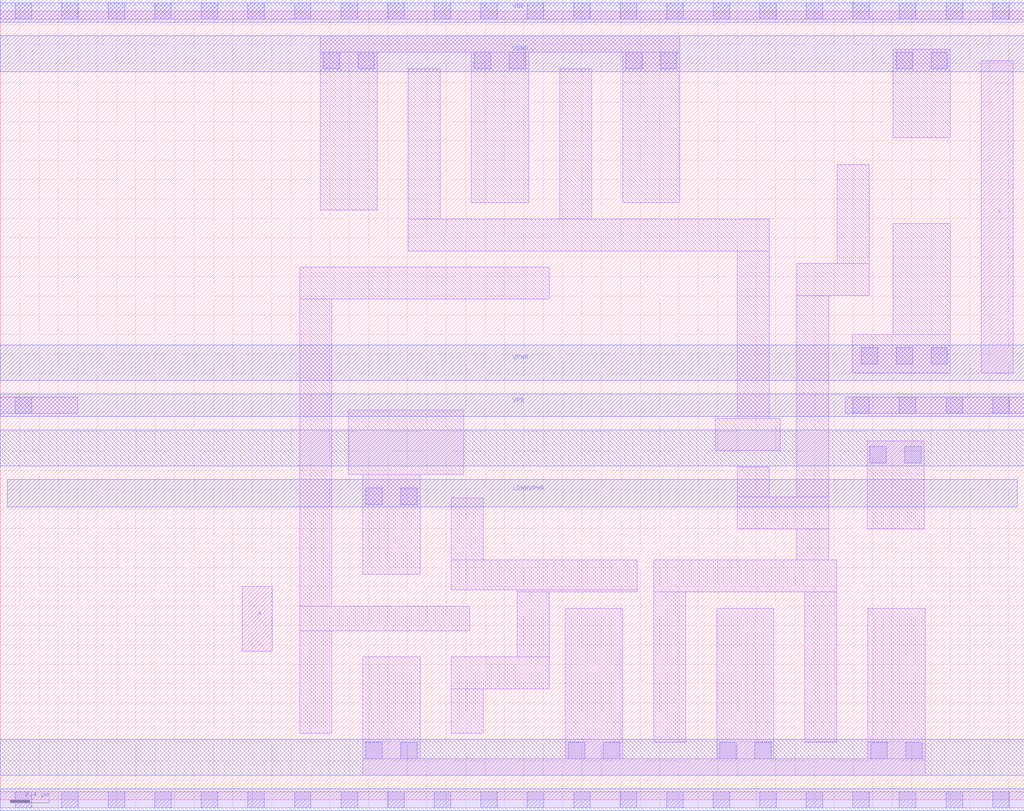
<source format=lef>
# Copyright 2020 The SkyWater PDK Authors
#
# Licensed under the Apache License, Version 2.0 (the "License");
# you may not use this file except in compliance with the License.
# You may obtain a copy of the License at
#
#     https://www.apache.org/licenses/LICENSE-2.0
#
# Unless required by applicable law or agreed to in writing, software
# distributed under the License is distributed on an "AS IS" BASIS,
# WITHOUT WARRANTIES OR CONDITIONS OF ANY KIND, either express or implied.
# See the License for the specific language governing permissions and
# limitations under the License.
#
# SPDX-License-Identifier: Apache-2.0

VERSION 5.7 ;
  NOWIREEXTENSIONATPIN ON ;
  DIVIDERCHAR "/" ;
  BUSBITCHARS "[]" ;
UNITS
  DATABASE MICRONS 200 ;
END UNITS
MACRO sky130_fd_sc_hvl__lsbufhv2hv_lh_1
  CLASS CORE ;
  FOREIGN sky130_fd_sc_hvl__lsbufhv2hv_lh_1 ;
  ORIGIN  0.000000  0.000000 ;
  SIZE  10.56000 BY  8.140000 ;
  SYMMETRY X Y R90 ;
  SITE unithv ;
  PIN A
    ANTENNAGATEAREA  0.750000 ;
    DIRECTION INPUT ;
    USE SIGNAL ;
    PORT
      LAYER li1 ;
        RECT 2.495000 1.530000 2.805000 2.200000 ;
    END
  END A
  PIN X
    ANTENNADIFFAREA  0.596250 ;
    DIRECTION OUTPUT ;
    USE SIGNAL ;
    PORT
      LAYER li1 ;
        RECT 10.120000 4.405000 10.450000 7.625000 ;
    END
  END X
  PIN LOWHVPWR
    DIRECTION INOUT ;
    USE POWER ;
    PORT
      LAYER met1 ;
        RECT 0.070000 3.020000 10.490000 3.305000 ;
    END
  END LOWHVPWR
  PIN VGND
    DIRECTION INOUT ;
    USE GROUND ;
    PORT
      LAYER met1 ;
        RECT 0.000000 7.515000 10.560000 7.885000 ;
    END
  END VGND
  PIN VNB
    DIRECTION INOUT ;
    USE GROUND ;
    PORT
      LAYER met1 ;
        RECT 0.000000 8.025000 10.560000 8.255000 ;
    END
  END VNB
  PIN VPB
    DIRECTION INOUT ;
    USE POWER ;
    PORT
      LAYER met1 ;
        RECT 0.000000 3.955000 10.560000 4.185000 ;
    END
  END VPB
  PIN VPWR
    DIRECTION INOUT ;
    USE POWER ;
    PORT
      LAYER met1 ;
        RECT 0.000000 4.325000 10.560000 4.695000 ;
    END
  END VPWR
  OBS
    LAYER li1 ;
      RECT 0.000000 -0.085000 10.560000 0.085000 ;
      RECT 0.000000  3.985000  0.800000 4.155000 ;
      RECT 0.000000  8.055000 10.560000 8.225000 ;
      RECT 3.090000  0.685000  3.420000 1.745000 ;
      RECT 3.090000  1.745000  4.845000 1.995000 ;
      RECT 3.090000  1.995000  3.420000 5.165000 ;
      RECT 3.090000  5.165000  5.660000 5.495000 ;
      RECT 3.300000  6.085000  3.890000 7.715000 ;
      RECT 3.300000  7.715000  7.010000 7.885000 ;
      RECT 3.590000  3.355000  4.780000 4.025000 ;
      RECT 3.740000  0.255000  9.540000 0.425000 ;
      RECT 3.740000  0.425000  4.330000 1.475000 ;
      RECT 3.740000  2.325000  4.330000 3.355000 ;
      RECT 4.210000  5.665000  7.930000 5.995000 ;
      RECT 4.210000  5.995000  4.540000 7.545000 ;
      RECT 4.650000  0.685000  4.980000 1.145000 ;
      RECT 4.650000  1.145000  5.660000 1.475000 ;
      RECT 4.650000  2.165000  6.570000 2.475000 ;
      RECT 4.650000  2.475000  4.980000 3.115000 ;
      RECT 4.860000  6.165000  5.450000 7.715000 ;
      RECT 5.330000  1.475000  5.660000 2.145000 ;
      RECT 5.330000  2.145000  6.570000 2.165000 ;
      RECT 5.770000  5.995000  6.100000 7.545000 ;
      RECT 5.830000  0.425000  6.420000 1.975000 ;
      RECT 6.420000  6.165000  7.010000 7.715000 ;
      RECT 6.740000  0.595000  7.070000 2.145000 ;
      RECT 6.740000  2.145000  8.630000 2.475000 ;
      RECT 7.375000  3.605000  8.045000 3.935000 ;
      RECT 7.390000  0.425000  7.980000 1.975000 ;
      RECT 7.600000  2.795000  8.545000 3.125000 ;
      RECT 7.600000  3.125000  7.930000 3.435000 ;
      RECT 7.600000  3.935000  7.930000 5.665000 ;
      RECT 8.215000  2.475000  8.545000 2.795000 ;
      RECT 8.215000  3.125000  8.545000 5.205000 ;
      RECT 8.215000  5.205000  8.965000 5.535000 ;
      RECT 8.300000  0.595000  8.630000 2.145000 ;
      RECT 8.635000  5.535000  8.965000 6.555000 ;
      RECT 8.715000  3.985000 10.560000 4.155000 ;
      RECT 8.790000  4.405000  9.800000 4.800000 ;
      RECT 8.940000  2.795000  9.530000 3.705000 ;
      RECT 8.950000  0.425000  9.540000 1.975000 ;
      RECT 9.210000  4.800000  9.800000 5.945000 ;
      RECT 9.210000  6.835000  9.800000 7.745000 ;
    LAYER mcon ;
      RECT  0.155000 -0.085000  0.325000 0.085000 ;
      RECT  0.155000  3.985000  0.325000 4.155000 ;
      RECT  0.155000  8.055000  0.325000 8.225000 ;
      RECT  0.635000 -0.085000  0.805000 0.085000 ;
      RECT  0.635000  8.055000  0.805000 8.225000 ;
      RECT  1.115000 -0.085000  1.285000 0.085000 ;
      RECT  1.115000  8.055000  1.285000 8.225000 ;
      RECT  1.595000 -0.085000  1.765000 0.085000 ;
      RECT  1.595000  8.055000  1.765000 8.225000 ;
      RECT  2.075000 -0.085000  2.245000 0.085000 ;
      RECT  2.075000  8.055000  2.245000 8.225000 ;
      RECT  2.555000 -0.085000  2.725000 0.085000 ;
      RECT  2.555000  8.055000  2.725000 8.225000 ;
      RECT  3.035000 -0.085000  3.205000 0.085000 ;
      RECT  3.035000  8.055000  3.205000 8.225000 ;
      RECT  3.330000  7.545000  3.500000 7.715000 ;
      RECT  3.515000 -0.085000  3.685000 0.085000 ;
      RECT  3.515000  8.055000  3.685000 8.225000 ;
      RECT  3.690000  7.545000  3.860000 7.715000 ;
      RECT  3.770000  0.425000  3.940000 0.595000 ;
      RECT  3.770000  3.050000  3.940000 3.220000 ;
      RECT  3.995000 -0.085000  4.165000 0.085000 ;
      RECT  3.995000  8.055000  4.165000 8.225000 ;
      RECT  4.130000  0.425000  4.300000 0.595000 ;
      RECT  4.130000  3.050000  4.300000 3.220000 ;
      RECT  4.475000 -0.085000  4.645000 0.085000 ;
      RECT  4.475000  8.055000  4.645000 8.225000 ;
      RECT  4.890000  7.545000  5.060000 7.715000 ;
      RECT  4.955000 -0.085000  5.125000 0.085000 ;
      RECT  4.955000  8.055000  5.125000 8.225000 ;
      RECT  5.250000  7.545000  5.420000 7.715000 ;
      RECT  5.435000 -0.085000  5.605000 0.085000 ;
      RECT  5.435000  8.055000  5.605000 8.225000 ;
      RECT  5.860000  0.425000  6.030000 0.595000 ;
      RECT  5.915000 -0.085000  6.085000 0.085000 ;
      RECT  5.915000  8.055000  6.085000 8.225000 ;
      RECT  6.220000  0.425000  6.390000 0.595000 ;
      RECT  6.395000 -0.085000  6.565000 0.085000 ;
      RECT  6.395000  8.055000  6.565000 8.225000 ;
      RECT  6.450000  7.545000  6.620000 7.715000 ;
      RECT  6.810000  7.545000  6.980000 7.715000 ;
      RECT  6.875000 -0.085000  7.045000 0.085000 ;
      RECT  6.875000  8.055000  7.045000 8.225000 ;
      RECT  7.355000 -0.085000  7.525000 0.085000 ;
      RECT  7.355000  8.055000  7.525000 8.225000 ;
      RECT  7.420000  0.425000  7.590000 0.595000 ;
      RECT  7.780000  0.425000  7.950000 0.595000 ;
      RECT  7.835000 -0.085000  8.005000 0.085000 ;
      RECT  7.835000  8.055000  8.005000 8.225000 ;
      RECT  8.315000 -0.085000  8.485000 0.085000 ;
      RECT  8.315000  8.055000  8.485000 8.225000 ;
      RECT  8.795000 -0.085000  8.965000 0.085000 ;
      RECT  8.795000  3.985000  8.965000 4.155000 ;
      RECT  8.795000  8.055000  8.965000 8.225000 ;
      RECT  8.880000  4.495000  9.050000 4.665000 ;
      RECT  8.970000  3.475000  9.140000 3.645000 ;
      RECT  8.980000  0.425000  9.150000 0.595000 ;
      RECT  9.240000  4.495000  9.410000 4.665000 ;
      RECT  9.240000  7.545000  9.410000 7.715000 ;
      RECT  9.275000 -0.085000  9.445000 0.085000 ;
      RECT  9.275000  3.985000  9.445000 4.155000 ;
      RECT  9.275000  8.055000  9.445000 8.225000 ;
      RECT  9.330000  3.475000  9.500000 3.645000 ;
      RECT  9.340000  0.425000  9.510000 0.595000 ;
      RECT  9.600000  4.495000  9.770000 4.665000 ;
      RECT  9.600000  7.545000  9.770000 7.715000 ;
      RECT  9.755000 -0.085000  9.925000 0.085000 ;
      RECT  9.755000  3.985000  9.925000 4.155000 ;
      RECT  9.755000  8.055000  9.925000 8.225000 ;
      RECT 10.235000 -0.085000 10.405000 0.085000 ;
      RECT 10.235000  3.985000 10.405000 4.155000 ;
      RECT 10.235000  8.055000 10.405000 8.225000 ;
    LAYER met1 ;
      RECT 0.000000 -0.115000 10.560000 0.115000 ;
      RECT 0.000000  0.255000 10.560000 0.625000 ;
      RECT 0.000000  3.445000 10.560000 3.815000 ;
  END
END sky130_fd_sc_hvl__lsbufhv2hv_lh_1
END LIBRARY

</source>
